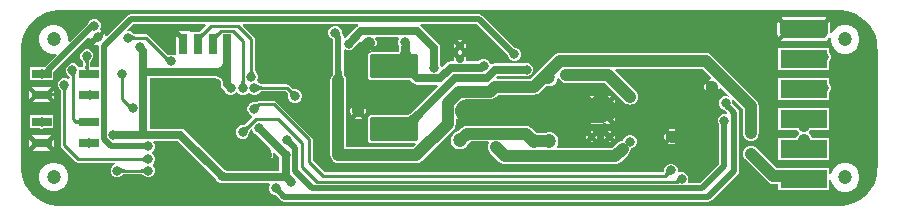
<source format=gbl>
G04*
G04 #@! TF.GenerationSoftware,Altium Limited,Altium Designer,21.4.1 (30)*
G04*
G04 Layer_Physical_Order=2*
G04 Layer_Color=16711680*
%FSLAX44Y44*%
%MOMM*%
G71*
G04*
G04 #@! TF.SameCoordinates,7901C165-7222-4903-B0BF-97DAFD5C17BE*
G04*
G04*
G04 #@! TF.FilePolarity,Positive*
G04*
G01*
G75*
%ADD10C,0.2500*%
%ADD16C,0.4000*%
%ADD70C,2.0000*%
%ADD72C,0.5000*%
%ADD74C,0.7000*%
%ADD75C,1.0000*%
%ADD82C,1.2000*%
%ADD83C,0.7000*%
%ADD84C,0.8000*%
%ADD85R,4.0000X1.5240*%
G04:AMPARAMS|DCode=86|XSize=1.524mm|YSize=4mm|CornerRadius=0.381mm|HoleSize=0mm|Usage=FLASHONLY|Rotation=270.000|XOffset=0mm|YOffset=0mm|HoleType=Round|Shape=RoundedRectangle|*
%AMROUNDEDRECTD86*
21,1,1.5240,3.2380,0,0,270.0*
21,1,0.7620,4.0000,0,0,270.0*
1,1,0.7620,-1.6190,-0.3810*
1,1,0.7620,-1.6190,0.3810*
1,1,0.7620,1.6190,0.3810*
1,1,0.7620,1.6190,-0.3810*
%
%ADD86ROUNDEDRECTD86*%
%ADD87R,4.0000X1.5240*%
G04:AMPARAMS|DCode=88|XSize=2mm|YSize=4mm|CornerRadius=0.07mm|HoleSize=0mm|Usage=FLASHONLY|Rotation=90.000|XOffset=0mm|YOffset=0mm|HoleType=Round|Shape=RoundedRectangle|*
%AMROUNDEDRECTD88*
21,1,2.0000,3.8600,0,0,90.0*
21,1,1.8600,4.0000,0,0,90.0*
1,1,0.1400,1.9300,0.9300*
1,1,0.1400,1.9300,-0.9300*
1,1,0.1400,-1.9300,-0.9300*
1,1,0.1400,-1.9300,0.9300*
%
%ADD88ROUNDEDRECTD88*%
%ADD89R,1.6510X0.7874*%
%ADD90R,0.7000X1.7000*%
G36*
X1387643Y527188D02*
X1391752Y526087D01*
X1395681Y524460D01*
X1399365Y522333D01*
X1402740Y519744D01*
X1405748Y516737D01*
X1408337Y513363D01*
X1410464Y509680D01*
X1412093Y505751D01*
X1413194Y501643D01*
X1413751Y497426D01*
X1413751Y495299D01*
X1413848Y494814D01*
X1413898Y494560D01*
Y395280D01*
X1413836Y394967D01*
X1413743Y394498D01*
X1413743Y392372D01*
X1413188Y388155D01*
X1412087Y384046D01*
X1410460Y380117D01*
X1408333Y376433D01*
X1405744Y373059D01*
X1402737Y370051D01*
X1399363Y367461D01*
X1395680Y365334D01*
X1391751Y363705D01*
X1387643Y362604D01*
X1383482Y362055D01*
X1381412Y362146D01*
X1381356Y362138D01*
X1381300Y362149D01*
X721400Y362163D01*
X719273D01*
X715057Y362718D01*
X710948Y363818D01*
X707018Y365446D01*
X703335Y367572D01*
X699960Y370161D01*
X696952Y373168D01*
X694363Y376542D01*
X692235Y380225D01*
X690607Y384154D01*
X689505Y388263D01*
X688949Y392480D01*
X688949Y394606D01*
X688957Y495201D01*
X688957Y495202D01*
X688957Y495202D01*
Y497328D01*
X689512Y501545D01*
X690613Y505654D01*
X692240Y509583D01*
X694367Y513267D01*
X696956Y516642D01*
X699963Y519649D01*
X703337Y522239D01*
X707020Y524366D01*
X710949Y525995D01*
X715057Y527096D01*
X719274Y527652D01*
X721401Y527653D01*
X1381300Y527743D01*
X1383427Y527743D01*
X1387643Y527188D01*
D02*
G37*
%LPC*%
G36*
X1329399Y518633D02*
X1329128Y518228D01*
X1328636Y515750D01*
Y508130D01*
X1329128Y505652D01*
X1329399Y505247D01*
X1336092Y511940D01*
X1329399Y518633D01*
D02*
G37*
G36*
X751734Y520400D02*
X749466D01*
X747371Y519532D01*
X745768Y517929D01*
X745093Y516300D01*
X729680Y500887D01*
X728824Y501381D01*
X728600Y501603D01*
Y504808D01*
X727769Y507911D01*
X726162Y510693D01*
X723891Y512964D01*
X721109Y514570D01*
X718006Y515402D01*
X714794D01*
X711691Y514570D01*
X708909Y512964D01*
X706638Y510693D01*
X705031Y507911D01*
X704200Y504808D01*
Y501595D01*
X705031Y498493D01*
X706638Y495711D01*
X708909Y493439D01*
X711691Y491833D01*
X714794Y491002D01*
X717999D01*
X718220Y490777D01*
X718714Y489921D01*
X708727Y479934D01*
X708662Y479837D01*
X707286D01*
X707134Y479900D01*
X704866D01*
X704714Y479837D01*
X696045D01*
Y468563D01*
X704714D01*
X704866Y468500D01*
X707134D01*
X707286Y468563D01*
X715955D01*
Y475050D01*
X745634Y504729D01*
X746904Y504203D01*
Y503889D01*
X747350Y502226D01*
X747621Y501755D01*
X752030Y506164D01*
X756438Y510573D01*
X756351Y510623D01*
X755943Y511000D01*
X755742Y512220D01*
X756300Y513566D01*
Y515834D01*
X755432Y517929D01*
X753829Y519532D01*
X751734Y520400D01*
D02*
G37*
G36*
X1061103Y502840D02*
X1059098D01*
X1058243Y502486D01*
X1060100Y500628D01*
X1061957Y502486D01*
X1061103Y502840D01*
D02*
G37*
G36*
X1064786Y499657D02*
X1062928Y497800D01*
X1064786Y495943D01*
X1065140Y496797D01*
Y498802D01*
X1064786Y499657D01*
D02*
G37*
G36*
X1055414Y499657D02*
X1055060Y498802D01*
Y496797D01*
X1055414Y495943D01*
X1057271Y497800D01*
X1055414Y499657D01*
D02*
G37*
G36*
X1367490Y522224D02*
X1335110D01*
X1332632Y521731D01*
X1332227Y521461D01*
X1340334Y513354D01*
X1338920Y511940D01*
X1340334Y510526D01*
X1332227Y502419D01*
X1332632Y502148D01*
X1335110Y501656D01*
X1367490D01*
X1369968Y502148D01*
X1372068Y503552D01*
X1372830Y504692D01*
X1374100Y504307D01*
Y501694D01*
X1374931Y498591D01*
X1376538Y495809D01*
X1378809Y493538D01*
X1381591Y491931D01*
X1384694Y491100D01*
X1387906D01*
X1391009Y491931D01*
X1393791Y493538D01*
X1396062Y495809D01*
X1397669Y498591D01*
X1398500Y501694D01*
Y504906D01*
X1397669Y508009D01*
X1396062Y510791D01*
X1393791Y513062D01*
X1391009Y514669D01*
X1387906Y515500D01*
X1384694D01*
X1381591Y514669D01*
X1378809Y513062D01*
X1376538Y510791D01*
X1375234Y508534D01*
X1373964Y508874D01*
Y515750D01*
X1373472Y518228D01*
X1373201Y518633D01*
X1365094Y510526D01*
X1362266Y513354D01*
X1370373Y521461D01*
X1369968Y521731D01*
X1367490Y522224D01*
D02*
G37*
G36*
X1060100Y494972D02*
X1058243Y493114D01*
X1058549Y492987D01*
Y491613D01*
X1058243Y491486D01*
X1060100Y489628D01*
X1061957Y491486D01*
X1061651Y491613D01*
Y492987D01*
X1061957Y493114D01*
X1060100Y494972D01*
D02*
G37*
G36*
X1076200Y524482D02*
X781500D01*
X779861Y524156D01*
X778472Y523228D01*
X761205Y505961D01*
X759788Y506341D01*
X759538Y507274D01*
X759267Y507744D01*
X754858Y503336D01*
X750450Y498927D01*
X750920Y498656D01*
X752583Y498210D01*
X753124D01*
X754218Y497200D01*
Y479837D01*
X747173D01*
X747159Y479925D01*
X747146Y480072D01*
Y483315D01*
X747159Y483414D01*
X747203Y483615D01*
X747266Y483815D01*
X747350Y484016D01*
X747455Y484222D01*
X747587Y484434D01*
X747745Y484651D01*
X747933Y484874D01*
X748189Y485141D01*
X748270Y485269D01*
X748970Y485969D01*
X749838Y488064D01*
Y490331D01*
X748970Y492426D01*
X747367Y494030D01*
X745272Y494897D01*
X743004D01*
X740909Y494030D01*
X739306Y492426D01*
X738438Y490331D01*
Y488064D01*
X739306Y485969D01*
X740005Y485269D01*
X740087Y485141D01*
X740343Y484875D01*
X740531Y484651D01*
X740689Y484434D01*
X740820Y484222D01*
X740926Y484016D01*
X741010Y483815D01*
X741073Y483615D01*
X741117Y483414D01*
X741130Y483315D01*
Y480072D01*
X741117Y479925D01*
X741103Y479837D01*
X737083D01*
X736877Y480333D01*
X735274Y481937D01*
X733179Y482804D01*
X730911D01*
X728816Y481937D01*
X727213Y480333D01*
X726345Y478238D01*
Y475971D01*
X727213Y473876D01*
X728816Y472272D01*
X729129Y472143D01*
X729284Y472011D01*
X729426Y471866D01*
X729539Y471724D01*
X729629Y471583D01*
X729700Y471441D01*
X729756Y471290D01*
X729797Y471126D01*
X729811Y471031D01*
Y470110D01*
X728637Y469624D01*
X728629Y469632D01*
X726534Y470500D01*
X724266D01*
X722171Y469632D01*
X720568Y468029D01*
X719700Y465934D01*
Y463666D01*
X720568Y461571D01*
X721267Y460872D01*
X721349Y460743D01*
X721605Y460477D01*
X721793Y460254D01*
X721951Y460036D01*
X722082Y459825D01*
X722188Y459619D01*
X722272Y459417D01*
X722335Y459217D01*
X722379Y459017D01*
X722392Y458918D01*
Y413500D01*
X722621Y412349D01*
X723273Y411373D01*
X735073Y399573D01*
X736049Y398921D01*
X737200Y398692D01*
X768284D01*
X768537Y397422D01*
X766871Y396732D01*
X765268Y395129D01*
X764400Y393034D01*
Y390766D01*
X765268Y388671D01*
X766871Y387068D01*
X768966Y386200D01*
X771234D01*
X773329Y387068D01*
X774123Y387862D01*
X774256Y387952D01*
X774513Y388210D01*
X774726Y388398D01*
X774935Y388556D01*
X775137Y388686D01*
X775335Y388791D01*
X775529Y388873D01*
X775722Y388936D01*
X775918Y388980D01*
X776018Y388993D01*
X790563D01*
X790662Y388980D01*
X790862Y388936D01*
X791062Y388873D01*
X791264Y388789D01*
X791469Y388684D01*
X791681Y388552D01*
X791898Y388394D01*
X792122Y388206D01*
X792388Y387950D01*
X792516Y387868D01*
X793216Y387169D01*
X795311Y386301D01*
X797579D01*
X799673Y387169D01*
X801277Y388772D01*
X802145Y390867D01*
Y393135D01*
X801277Y395230D01*
X800457Y396050D01*
X800445Y397784D01*
X801132Y398471D01*
X802000Y400566D01*
Y402834D01*
X801132Y404929D01*
X799610Y406451D01*
X799523Y406730D01*
X799486Y407925D01*
X800832Y409271D01*
X801700Y411366D01*
Y413634D01*
X800832Y415729D01*
X800736Y415825D01*
X801222Y416998D01*
X821404D01*
X853320Y385082D01*
X853718Y384121D01*
X855321Y382518D01*
X857416Y381650D01*
X858205D01*
X859471Y381398D01*
X898428D01*
X899081Y380128D01*
X898400Y378484D01*
Y376216D01*
X899268Y374121D01*
X900871Y372518D01*
X902966Y371650D01*
X903638D01*
X904121Y371223D01*
X908472Y366872D01*
X909861Y365944D01*
X911500Y365618D01*
X1270200D01*
X1271839Y365944D01*
X1273228Y366872D01*
X1295330Y388974D01*
X1296258Y390363D01*
X1296584Y392002D01*
Y441186D01*
X1296258Y442825D01*
X1295330Y444215D01*
X1291036Y448508D01*
X1290931Y448630D01*
X1290817Y448781D01*
X1290800Y448805D01*
Y450334D01*
X1290225Y451722D01*
X1291302Y452441D01*
X1299677Y444066D01*
Y423500D01*
X1299908Y421751D01*
X1300583Y420121D01*
X1301657Y418722D01*
X1303056Y417648D01*
X1304686Y416973D01*
X1306435Y416742D01*
X1308184Y416973D01*
X1309814Y417648D01*
X1311214Y418722D01*
X1312287Y420121D01*
X1312963Y421751D01*
X1313193Y423500D01*
Y446865D01*
X1312963Y448614D01*
X1312287Y450244D01*
X1311214Y451643D01*
X1276140Y486717D01*
X1273211Y489646D01*
X1271812Y490719D01*
X1270182Y491395D01*
X1268433Y491625D01*
X1144667D01*
X1142918Y491395D01*
X1141288Y490719D01*
X1139889Y489646D01*
X1120101Y469858D01*
X1091601D01*
X1091115Y471031D01*
X1092182Y472098D01*
X1114605D01*
X1115566Y471700D01*
X1117834D01*
X1119929Y472568D01*
X1121532Y474171D01*
X1122400Y476266D01*
Y478534D01*
X1121532Y480629D01*
X1119929Y482232D01*
X1117834Y483100D01*
X1115566D01*
X1114605Y482702D01*
X1089986D01*
X1087957Y482298D01*
X1087345Y481889D01*
X1087081Y481899D01*
X1085870Y482431D01*
X1085208Y484029D01*
X1083604Y485632D01*
X1081509Y486500D01*
X1079242D01*
X1077147Y485632D01*
X1075916Y484402D01*
X1065705D01*
X1064999Y485458D01*
X1065140Y485798D01*
Y487803D01*
X1064786Y488657D01*
X1061514Y485386D01*
X1060100Y486800D01*
X1058686Y485386D01*
X1055414Y488657D01*
X1055060Y487803D01*
Y485798D01*
X1055201Y485458D01*
X1054495Y484402D01*
X1052416D01*
X1050387Y483998D01*
X1048667Y482849D01*
X1045070Y479252D01*
X1043800Y479778D01*
Y480334D01*
X1043402Y481295D01*
Y496000D01*
X1042998Y498029D01*
X1041849Y499749D01*
X1027849Y513749D01*
X1026504Y514648D01*
X1026889Y515918D01*
X1074426D01*
X1100530Y489814D01*
X1100600Y489732D01*
Y489366D01*
X1101468Y487271D01*
X1103071Y485668D01*
X1105166Y484800D01*
X1107434D01*
X1109529Y485668D01*
X1111132Y487271D01*
X1112000Y489366D01*
Y491634D01*
X1111132Y493729D01*
X1109529Y495332D01*
X1107434Y496200D01*
X1106320D01*
X1106272Y496234D01*
X1105856Y496600D01*
X1079228Y523228D01*
X1077839Y524156D01*
X1076200Y524482D01*
D02*
G37*
G36*
X1373000Y495860D02*
X1329600D01*
Y477220D01*
X1373000D01*
Y484839D01*
X1373132Y484971D01*
X1374000Y487066D01*
Y489334D01*
X1373132Y491429D01*
X1373000Y491561D01*
Y495860D01*
D02*
G37*
G36*
X716795Y459848D02*
X713147Y456200D01*
X716795Y452551D01*
Y459848D01*
D02*
G37*
G36*
X695205Y459849D02*
Y452551D01*
X698854Y456200D01*
X695205Y459849D01*
D02*
G37*
G36*
X1373000Y470460D02*
X1329600D01*
Y451820D01*
X1373000D01*
Y458204D01*
X1373367Y458571D01*
X1374235Y460666D01*
Y462934D01*
X1373367Y465029D01*
X1373000Y465396D01*
Y470460D01*
D02*
G37*
G36*
X713967Y462677D02*
X698033D01*
X703096Y457614D01*
X701682Y456200D01*
X703096Y454786D01*
X698034Y449723D01*
X713967D01*
X708904Y454786D01*
X710318Y456200D01*
X708904Y457614D01*
X713967Y462677D01*
D02*
G37*
G36*
X707134Y439000D02*
X704866D01*
X704714Y438937D01*
X696045D01*
Y427663D01*
X704714D01*
X704866Y427600D01*
X707134D01*
X707286Y427663D01*
X715955D01*
Y438937D01*
X707286D01*
X707134Y439000D01*
D02*
G37*
G36*
X713967Y421777D02*
X698034D01*
X703096Y416714D01*
X701682Y415300D01*
X703096Y413886D01*
X698034Y408823D01*
X713967D01*
X708904Y413886D01*
X710318Y415300D01*
X708904Y416714D01*
X710816Y418627D01*
X709906Y419207D01*
X710145Y419109D01*
X710429Y419092D01*
X710758Y419156D01*
X711132Y419300D01*
X711551Y419525D01*
X712016Y419831D01*
X712035Y419846D01*
X713967Y421777D01*
D02*
G37*
G36*
X716795Y418949D02*
X713147Y415300D01*
X716795Y411651D01*
Y418949D01*
D02*
G37*
G36*
X695205Y418949D02*
Y411651D01*
X698854Y415300D01*
X695205Y418949D01*
D02*
G37*
G36*
X1373000Y445060D02*
X1329600D01*
Y426420D01*
X1345525D01*
X1346521Y425121D01*
X1347075Y424697D01*
X1347075Y423096D01*
X1346922Y422979D01*
X1345848Y421579D01*
X1345172Y419949D01*
X1345134Y419660D01*
X1329600D01*
Y401020D01*
X1373000D01*
Y419660D01*
X1358266D01*
X1358228Y419949D01*
X1357552Y421579D01*
X1356478Y422979D01*
X1355925Y423403D01*
Y425004D01*
X1356078Y425121D01*
X1357075Y426420D01*
X1373000D01*
Y445060D01*
D02*
G37*
G36*
X718006Y398806D02*
X714794D01*
X711691Y397974D01*
X708909Y396368D01*
X706638Y394096D01*
X705031Y391315D01*
X704200Y388212D01*
Y384999D01*
X705031Y381897D01*
X706638Y379114D01*
X708909Y376843D01*
X711691Y375237D01*
X714794Y374406D01*
X718006D01*
X721109Y375237D01*
X723891Y376843D01*
X726162Y379114D01*
X727769Y381897D01*
X728600Y384999D01*
Y388212D01*
X727769Y391315D01*
X726162Y394096D01*
X723891Y396368D01*
X721109Y397974D01*
X718006Y398806D01*
D02*
G37*
G36*
X1306700Y413158D02*
X1304951Y412928D01*
X1303321Y412252D01*
X1301922Y411179D01*
X1300848Y409779D01*
X1300172Y408149D01*
X1299942Y406400D01*
X1300172Y404651D01*
X1300848Y403021D01*
X1301922Y401622D01*
X1320762Y382781D01*
X1322161Y381707D01*
X1323791Y381032D01*
X1325540Y380802D01*
X1327151D01*
X1327571Y380796D01*
X1329118Y380706D01*
X1329600Y380652D01*
Y375620D01*
X1373000D01*
Y384090D01*
X1374270Y384258D01*
X1374931Y381789D01*
X1376538Y379007D01*
X1378809Y376736D01*
X1381591Y375130D01*
X1384694Y374298D01*
X1387906D01*
X1391009Y375130D01*
X1393791Y376736D01*
X1396062Y379007D01*
X1397669Y381789D01*
X1398500Y384892D01*
Y388105D01*
X1397669Y391207D01*
X1396062Y393989D01*
X1393791Y396261D01*
X1391009Y397867D01*
X1387906Y398698D01*
X1384694D01*
X1381591Y397867D01*
X1378809Y396261D01*
X1376538Y393989D01*
X1374931Y391207D01*
X1374270Y388739D01*
X1373000Y388906D01*
Y394260D01*
X1349119D01*
X1348680Y394318D01*
X1328339D01*
X1311478Y411179D01*
X1310079Y412252D01*
X1308449Y412928D01*
X1306700Y413158D01*
D02*
G37*
%LPD*%
G36*
X844991Y514744D02*
X840248Y510002D01*
X839807Y509591D01*
X839450Y509303D01*
X839286Y509188D01*
X833050D01*
Y509188D01*
X831790Y509212D01*
Y510028D01*
X822538D01*
X827164Y505402D01*
X824336Y502573D01*
X819710Y507199D01*
Y490223D01*
X818440Y489548D01*
X816834Y490213D01*
X814566D01*
X814144Y490038D01*
X814008Y490009D01*
X813798Y489982D01*
X813615Y489978D01*
X813454Y489991D01*
X813309Y490019D01*
X813174Y490062D01*
X813040Y490122D01*
X812902Y490204D01*
X812827Y490259D01*
X796460Y506627D01*
X795484Y507279D01*
X794333Y507508D01*
X785167D01*
X785069Y507520D01*
X784859Y507565D01*
X784647Y507628D01*
X784431Y507713D01*
X784209Y507820D01*
X783981Y507951D01*
X783745Y508110D01*
X783502Y508297D01*
X783217Y508546D01*
X783130Y508595D01*
X782594Y509132D01*
X780499Y510000D01*
X779152D01*
X778626Y511270D01*
X783274Y515918D01*
X844505D01*
X844991Y514744D01*
D02*
G37*
G36*
X843487Y507220D02*
X843000Y506715D01*
X842230Y505806D01*
X841948Y505402D01*
X841734Y505032D01*
X841588Y504695D01*
X841511Y504392D01*
X841502Y504122D01*
X841561Y503886D01*
X841689Y503684D01*
X838421Y507426D01*
X838603Y507278D01*
X838822Y507202D01*
X839080Y507199D01*
X839376Y507269D01*
X839710Y507412D01*
X840083Y507629D01*
X840494Y507918D01*
X840943Y508281D01*
X841957Y509225D01*
X843487Y507220D01*
D02*
G37*
G36*
X855989Y507121D02*
X855506Y506621D01*
X854741Y505717D01*
X854460Y505315D01*
X854247Y504944D01*
X854100Y504607D01*
X854021Y504302D01*
X854010Y504030D01*
X854066Y503791D01*
X854189Y503584D01*
X851021Y507426D01*
X851198Y507273D01*
X851414Y507194D01*
X851669Y507188D01*
X851964Y507257D01*
X852298Y507400D01*
X852671Y507617D01*
X853084Y507908D01*
X853535Y508273D01*
X854557Y509225D01*
X855989Y507121D01*
D02*
G37*
G36*
X974096Y514648D02*
X972751Y513749D01*
X963832Y504830D01*
X962871Y504432D01*
X962840Y504401D01*
X961666Y504887D01*
Y505204D01*
X961340Y506843D01*
X960412Y508232D01*
X960300Y508344D01*
Y509934D01*
X959432Y512029D01*
X957829Y513632D01*
X955734Y514500D01*
X953466D01*
X951371Y513632D01*
X949768Y512029D01*
X948900Y509934D01*
Y507666D01*
X949768Y505571D01*
X951371Y503968D01*
X953102Y503251D01*
Y479752D01*
X952988Y476416D01*
X952791Y474368D01*
X952676Y473671D01*
X952560Y473192D01*
X952495Y473018D01*
X951532Y471763D01*
X950856Y470133D01*
X950626Y468384D01*
Y423698D01*
Y404902D01*
X950856Y403153D01*
X951532Y401523D01*
X952606Y400123D01*
X954005Y399050D01*
X955635Y398374D01*
X957384Y398144D01*
X1023402D01*
X1025151Y398374D01*
X1026781Y399050D01*
X1028180Y400123D01*
X1054578Y426521D01*
X1055652Y427921D01*
X1056328Y429551D01*
X1056558Y431300D01*
Y435969D01*
X1057828Y436495D01*
X1058956Y435366D01*
X1060904Y434242D01*
X1063076Y433660D01*
X1065324D01*
X1067496Y434242D01*
X1069444Y435366D01*
X1070211Y436134D01*
X1071050Y436941D01*
X1071889Y436134D01*
X1072656Y435366D01*
X1074604Y434242D01*
X1076776Y433660D01*
X1079024D01*
X1081196Y434242D01*
X1083144Y435366D01*
X1084650Y436873D01*
X1086186Y435336D01*
X1088134Y434212D01*
X1090306Y433630D01*
X1092554D01*
X1094726Y434212D01*
X1095889Y434883D01*
X1090016Y440756D01*
X1091430Y442170D01*
X1090016Y443584D01*
X1095889Y449457D01*
X1094726Y450128D01*
X1092554Y450710D01*
X1090306D01*
X1088134Y450128D01*
X1086186Y449004D01*
X1084680Y447497D01*
X1083144Y449034D01*
X1081196Y450158D01*
X1079024Y450740D01*
X1076776D01*
X1074604Y450158D01*
X1072656Y449034D01*
X1071889Y448266D01*
X1071050Y447459D01*
X1070211Y448266D01*
X1069444Y449034D01*
X1067496Y450158D01*
X1065324Y450740D01*
X1063916D01*
X1063183Y452010D01*
X1063259Y452142D01*
X1085729D01*
X1087478Y452373D01*
X1089108Y453048D01*
X1090507Y454122D01*
X1092728Y456342D01*
X1122900D01*
X1124649Y456572D01*
X1126279Y457248D01*
X1127679Y458321D01*
X1132980Y463623D01*
X1134186Y463300D01*
X1136214D01*
X1138172Y463825D01*
X1139928Y464838D01*
X1141361Y466272D01*
X1142375Y468028D01*
X1142900Y469986D01*
Y470149D01*
X1144170Y470402D01*
X1144452Y469721D01*
X1145526Y468321D01*
X1146926Y467248D01*
X1148555Y466572D01*
X1150304Y466342D01*
X1182881D01*
X1199342Y449882D01*
X1200741Y448808D01*
X1202371Y448133D01*
X1204120Y447902D01*
X1205869Y448133D01*
X1207499Y448808D01*
X1208898Y449882D01*
X1209972Y451281D01*
X1210648Y452911D01*
X1210878Y454660D01*
X1210648Y456409D01*
X1209972Y458039D01*
X1208898Y459439D01*
X1191498Y476839D01*
X1192024Y478109D01*
X1265634D01*
X1266583Y477160D01*
X1266583Y477160D01*
X1273055Y470688D01*
X1272526Y469421D01*
X1271246Y469078D01*
X1270776Y468807D01*
X1275184Y464398D01*
X1279593Y459989D01*
X1279864Y460459D01*
X1280207Y461740D01*
X1281474Y462269D01*
X1288341Y455402D01*
X1287622Y454325D01*
X1286234Y454900D01*
X1283966D01*
X1281871Y454032D01*
X1280268Y452429D01*
X1279400Y450334D01*
Y448066D01*
X1280268Y445971D01*
X1281871Y444368D01*
X1283833Y443555D01*
X1284378Y443054D01*
X1286514Y440918D01*
X1285795Y439842D01*
X1285235Y440073D01*
X1282968D01*
X1280873Y439205D01*
X1279269Y437602D01*
X1278402Y435507D01*
Y433239D01*
X1279269Y431144D01*
X1279777Y430637D01*
X1279819Y429969D01*
Y397375D01*
X1263726Y381282D01*
X1253653D01*
X1252952Y382552D01*
X1253600Y384116D01*
Y386384D01*
X1252732Y388479D01*
X1251129Y390082D01*
X1249034Y390950D01*
X1246766D01*
X1245632Y390480D01*
X1245235Y390686D01*
X1244500Y391386D01*
Y393334D01*
X1243632Y395429D01*
X1242029Y397032D01*
X1239934Y397900D01*
X1237666D01*
X1235571Y397032D01*
X1233968Y395429D01*
X1233100Y393334D01*
Y392508D01*
X1233070Y392392D01*
X1233050Y392016D01*
X1233016Y391716D01*
X1232965Y391441D01*
X1232900Y391190D01*
X1232822Y390961D01*
X1232732Y390752D01*
X1232655Y390608D01*
X945446D01*
X935408Y400646D01*
Y418500D01*
X935179Y419651D01*
X934527Y420627D01*
X904827Y450327D01*
X903851Y450979D01*
X902700Y451208D01*
X890265D01*
X889113Y450979D01*
X888138Y450327D01*
X887808Y449997D01*
X887774Y449969D01*
X887614Y449851D01*
X887478Y449767D01*
X887371Y449713D01*
X887319Y449694D01*
X887184Y449750D01*
X884916D01*
X882821Y448882D01*
X881218Y447279D01*
X880350Y445184D01*
Y442916D01*
X881218Y440821D01*
X882821Y439218D01*
X884233Y438633D01*
X884573Y437177D01*
X878382Y430986D01*
X878303Y430925D01*
X878130Y430815D01*
X877944Y430718D01*
X877743Y430634D01*
X877522Y430564D01*
X877280Y430507D01*
X877014Y430465D01*
X876723Y430440D01*
X876354Y430433D01*
X876206Y430400D01*
X875216D01*
X873121Y429532D01*
X871518Y427929D01*
X870650Y425834D01*
Y423566D01*
X871518Y421471D01*
X873121Y419868D01*
X875216Y419000D01*
X877484D01*
X879579Y419868D01*
X881182Y421471D01*
X882050Y423566D01*
Y424556D01*
X882083Y424704D01*
X882090Y425073D01*
X882115Y425364D01*
X882157Y425630D01*
X882214Y425872D01*
X882284Y426092D01*
X882368Y426294D01*
X882465Y426480D01*
X882575Y426653D01*
X882636Y426732D01*
X883377Y427473D01*
X884550Y426987D01*
Y426920D01*
X885418Y424825D01*
X887021Y423221D01*
X887610Y422977D01*
X897900Y412687D01*
X897243Y411548D01*
X896528Y411740D01*
X894807D01*
X893143Y411294D01*
X892673Y411023D01*
X897082Y406614D01*
X901490Y402205D01*
X901762Y402675D01*
X902207Y404339D01*
Y406061D01*
X902016Y406775D01*
X903155Y407433D01*
X907283Y403304D01*
X907366Y403105D01*
Y392002D01*
X861959D01*
X861779Y392182D01*
X860818Y392580D01*
X827349Y426049D01*
X825629Y427198D01*
X823600Y427602D01*
X797554D01*
Y470011D01*
X853936D01*
X854855Y469854D01*
X855647Y469598D01*
X856281Y469266D01*
X856786Y468865D01*
X857196Y468379D01*
X857530Y467777D01*
X857788Y467027D01*
X857948Y466147D01*
Y465021D01*
X858352Y462992D01*
X859501Y461272D01*
X860578Y460194D01*
X861168Y458771D01*
X862771Y457168D01*
X864866Y456300D01*
X867134D01*
X869229Y457168D01*
X870334Y458273D01*
X871534Y458361D01*
X871880Y458159D01*
X873271Y456768D01*
X875366Y455900D01*
X877634D01*
X879729Y456768D01*
X881332Y458371D01*
X881760Y458456D01*
X883049Y457167D01*
X885144Y456299D01*
X887412D01*
X889507Y457167D01*
X890206Y457866D01*
X890335Y457948D01*
X890601Y458204D01*
X890824Y458392D01*
X891042Y458550D01*
X891253Y458681D01*
X891459Y458787D01*
X891661Y458871D01*
X891861Y458934D01*
X892061Y458978D01*
X892160Y458991D01*
X912555D01*
X914414Y457132D01*
X914475Y457053D01*
X914585Y456880D01*
X914682Y456694D01*
X914765Y456493D01*
X914836Y456272D01*
X914893Y456030D01*
X914935Y455764D01*
X914960Y455473D01*
X914967Y455104D01*
X915000Y454956D01*
Y453966D01*
X915868Y451871D01*
X917471Y450268D01*
X919566Y449400D01*
X921834D01*
X923929Y450268D01*
X925532Y451871D01*
X926400Y453966D01*
Y456234D01*
X925532Y458329D01*
X923929Y459932D01*
X921834Y460800D01*
X920844D01*
X920696Y460833D01*
X920327Y460840D01*
X920036Y460865D01*
X919770Y460907D01*
X919528Y460964D01*
X919308Y461035D01*
X919106Y461118D01*
X918920Y461215D01*
X918747Y461325D01*
X918668Y461386D01*
X915928Y464126D01*
X914952Y464778D01*
X913801Y465007D01*
X892160D01*
X892061Y465020D01*
X891860Y465064D01*
X891661Y465127D01*
X891459Y465211D01*
X891253Y465316D01*
X891042Y465447D01*
X890824Y465606D01*
X890601Y465794D01*
X890335Y466049D01*
X890206Y466132D01*
X889507Y466831D01*
X889079Y467008D01*
X888705Y468538D01*
X889400Y470216D01*
Y472484D01*
X888532Y474579D01*
X887833Y475278D01*
X887751Y475407D01*
X887495Y475673D01*
X887307Y475896D01*
X887149Y476114D01*
X887018Y476325D01*
X886912Y476531D01*
X886828Y476733D01*
X886765Y476932D01*
X886721Y477133D01*
X886708Y477232D01*
Y503000D01*
X886479Y504151D01*
X885827Y505127D01*
X876209Y514744D01*
X876695Y515918D01*
X973711D01*
X974096Y514648D01*
D02*
G37*
G36*
X782402Y506956D02*
X782731Y506703D01*
X783063Y506480D01*
X783399Y506286D01*
X783738Y506122D01*
X784082Y505988D01*
X784429Y505884D01*
X784780Y505810D01*
X785135Y505765D01*
X785493Y505750D01*
X785625Y503250D01*
X785260Y503234D01*
X784904Y503186D01*
X784556Y503106D01*
X784216Y502993D01*
X783886Y502849D01*
X783563Y502673D01*
X783249Y502464D01*
X782944Y502224D01*
X782646Y501951D01*
X782358Y501646D01*
X782078Y507239D01*
X782402Y506956D01*
D02*
G37*
G36*
X1008760Y503428D02*
X1008100Y501834D01*
Y499566D01*
X1008898Y497639D01*
Y495641D01*
X1008839Y494970D01*
X1008689Y494064D01*
X1008494Y493337D01*
X1008272Y492792D01*
X1008049Y492426D01*
X1007851Y492211D01*
X1007676Y492094D01*
X1007542Y492047D01*
X984700D01*
X983764Y491861D01*
X982970Y491330D01*
X982439Y490536D01*
X982253Y489600D01*
Y471000D01*
X982439Y470064D01*
X982970Y469270D01*
X983764Y468739D01*
X984700Y468553D01*
X1018249D01*
X1020551Y466251D01*
X1022271Y465102D01*
X1024300Y464698D01*
X1041160D01*
X1041646Y463525D01*
X1021740Y443618D01*
X1018934Y441148D01*
X1017587Y440123D01*
X1016396Y439335D01*
X1015487Y438847D01*
X984700D01*
X983764Y438661D01*
X982970Y438130D01*
X982439Y437336D01*
X982253Y436400D01*
Y417800D01*
X982439Y416864D01*
X982970Y416070D01*
X983764Y415539D01*
X984700Y415353D01*
X1022500D01*
X1023026Y414083D01*
X1020603Y411660D01*
X964142D01*
Y423698D01*
Y468384D01*
X963912Y470133D01*
X963236Y471763D01*
X962274Y473018D01*
X962208Y473192D01*
X962112Y473588D01*
X961666Y480324D01*
Y494313D01*
X962840Y494799D01*
X962871Y494768D01*
X964966Y493900D01*
X967234D01*
X969329Y494768D01*
X970932Y496371D01*
X971330Y497332D01*
X975460Y501462D01*
X976598Y500804D01*
X976560Y500661D01*
Y498939D01*
X977006Y497276D01*
X977277Y496806D01*
X981686Y501214D01*
X983100Y499800D01*
X984514Y501214D01*
X988923Y496806D01*
X989194Y497276D01*
X989640Y498939D01*
Y500661D01*
X989194Y502324D01*
X988557Y503428D01*
X989111Y504698D01*
X1008078D01*
X1008760Y503428D01*
D02*
G37*
G36*
X1104139Y495802D02*
X1105192Y494875D01*
X1105397Y494729D01*
X1105577Y494617D01*
X1105734Y494540D01*
X1105868Y494496D01*
X1105977Y494487D01*
X1102307Y490257D01*
X1102287Y490335D01*
X1102233Y490439D01*
X1102146Y490572D01*
X1102025Y490731D01*
X1101685Y491132D01*
X1100603Y492261D01*
X1103817Y496119D01*
X1104139Y495802D01*
D02*
G37*
G36*
X1017735Y495947D02*
X1017840Y494752D01*
X1018015Y493697D01*
X1018260Y492783D01*
X1018575Y492010D01*
X1018960Y491377D01*
X1019415Y490885D01*
X1019940Y490533D01*
X1020535Y490322D01*
X1021200Y490252D01*
X1007200D01*
X1007865Y490322D01*
X1008460Y490533D01*
X1008985Y490885D01*
X1009440Y491377D01*
X1009825Y492010D01*
X1010140Y492783D01*
X1010385Y493697D01*
X1010560Y494752D01*
X1010665Y495947D01*
X1010700Y497283D01*
X1017700D01*
X1017735Y495947D01*
D02*
G37*
G36*
X811652Y488973D02*
X811941Y488758D01*
X812242Y488580D01*
X812555Y488440D01*
X812880Y488337D01*
X813217Y488271D01*
X813566Y488243D01*
X813927Y488252D01*
X814300Y488298D01*
X814685Y488382D01*
X811811Y483576D01*
X811698Y484008D01*
X811432Y484811D01*
X811278Y485183D01*
X810932Y485865D01*
X810739Y486175D01*
X810532Y486466D01*
X810312Y486736D01*
X810079Y486986D01*
X811375Y489226D01*
X811652Y488973D01*
D02*
G37*
G36*
X746643Y486034D02*
X746380Y485721D01*
X746147Y485402D01*
X745946Y485077D01*
X745775Y484745D01*
X745636Y484408D01*
X745527Y484065D01*
X745450Y483715D01*
X745403Y483359D01*
X745388Y482998D01*
X742888D01*
X742872Y483359D01*
X742826Y483715D01*
X742748Y484065D01*
X742640Y484408D01*
X742500Y484745D01*
X742330Y485077D01*
X742128Y485402D01*
X741896Y485721D01*
X741632Y486034D01*
X741338Y486341D01*
X746938D01*
X746643Y486034D01*
D02*
G37*
G36*
X745400Y480131D02*
X745438Y479706D01*
X745500Y479332D01*
X745588Y479007D01*
X745700Y478731D01*
X745838Y478507D01*
X746000Y478331D01*
X746188Y478206D01*
X746400Y478131D01*
X746638Y478106D01*
X741638D01*
X741875Y478131D01*
X742088Y478206D01*
X742275Y478331D01*
X742438Y478507D01*
X742575Y478731D01*
X742688Y479007D01*
X742775Y479332D01*
X742838Y479706D01*
X742875Y480131D01*
X742888Y480606D01*
X745388D01*
X745400Y480131D01*
D02*
G37*
G36*
X884966Y477188D02*
X885012Y476832D01*
X885089Y476483D01*
X885198Y476139D01*
X885338Y475802D01*
X885508Y475471D01*
X885710Y475146D01*
X885942Y474827D01*
X886206Y474514D01*
X886500Y474207D01*
X880900D01*
X881195Y474514D01*
X881458Y474827D01*
X881691Y475146D01*
X881892Y475471D01*
X882063Y475802D01*
X882202Y476139D01*
X882310Y476483D01*
X882388Y476832D01*
X882434Y477188D01*
X882450Y477550D01*
X884950D01*
X884966Y477188D01*
D02*
G37*
G36*
X959894Y480850D02*
X960393Y473326D01*
X960548Y472682D01*
X960725Y472212D01*
X960922Y471917D01*
X959985D01*
X959992Y471808D01*
X960031Y471604D01*
X960076Y471441D01*
X960127Y471320D01*
X960184Y471241D01*
X954584D01*
X954641Y471320D01*
X954692Y471441D01*
X954737Y471604D01*
X954776Y471808D01*
X954791Y471917D01*
X953846D01*
X954043Y472212D01*
X954220Y472682D01*
X954376Y473326D01*
X954510Y474144D01*
X954718Y476303D01*
X954874Y480850D01*
X954884Y482714D01*
X959884D01*
X959894Y480850D01*
D02*
G37*
G36*
X735102Y474472D02*
X734694Y473738D01*
X734528Y473375D01*
X734388Y473015D01*
X734273Y472657D01*
X734183Y472303D01*
X734119Y471950D01*
X734081Y471601D01*
X734069Y471254D01*
X731569Y470733D01*
X731551Y471105D01*
X731500Y471462D01*
X731414Y471803D01*
X731294Y472129D01*
X731139Y472440D01*
X730950Y472735D01*
X730726Y473014D01*
X730469Y473279D01*
X730177Y473527D01*
X729850Y473760D01*
X735344Y474843D01*
X735102Y474472D01*
D02*
G37*
G36*
X866750Y475313D02*
X859750Y465021D01*
X859680Y466311D01*
X859470Y467466D01*
X859120Y468485D01*
X858630Y469368D01*
X858000Y470115D01*
X857230Y470726D01*
X856320Y471202D01*
X855270Y471541D01*
X854080Y471745D01*
X852750Y471813D01*
Y478813D01*
X854080Y478883D01*
X855270Y479093D01*
X856320Y479443D01*
X857230Y479933D01*
X858000Y480563D01*
X858630Y481333D01*
X859120Y482243D01*
X859470Y483293D01*
X859680Y484483D01*
X859750Y485813D01*
X866750Y475313D01*
D02*
G37*
G36*
X877766Y467438D02*
X877812Y467082D01*
X877889Y466733D01*
X877998Y466389D01*
X878138Y466052D01*
X878308Y465721D01*
X878510Y465396D01*
X878742Y465076D01*
X879006Y464763D01*
X879300Y464457D01*
X873700D01*
X873995Y464763D01*
X874258Y465076D01*
X874491Y465396D01*
X874692Y465721D01*
X874863Y466052D01*
X875002Y466389D01*
X875110Y466733D01*
X875188Y467082D01*
X875235Y467438D01*
X875250Y467800D01*
X877750D01*
X877766Y467438D01*
D02*
G37*
G36*
X889441Y464504D02*
X889754Y464241D01*
X890073Y464008D01*
X890399Y463807D01*
X890730Y463636D01*
X891067Y463497D01*
X891411Y463388D01*
X891760Y463311D01*
X892116Y463264D01*
X892478Y463249D01*
Y460749D01*
X892116Y460733D01*
X891760Y460687D01*
X891411Y460609D01*
X891067Y460501D01*
X890730Y460361D01*
X890399Y460191D01*
X890073Y459989D01*
X889754Y459757D01*
X889442Y459493D01*
X889135Y459199D01*
X889135Y464799D01*
X889441Y464504D01*
D02*
G37*
G36*
X727906Y461637D02*
X727642Y461324D01*
X727410Y461004D01*
X727208Y460679D01*
X727038Y460348D01*
X726898Y460011D01*
X726789Y459667D01*
X726712Y459318D01*
X726665Y458962D01*
X726650Y458600D01*
X724150D01*
X724135Y458962D01*
X724088Y459318D01*
X724010Y459667D01*
X723902Y460011D01*
X723763Y460348D01*
X723592Y460679D01*
X723391Y461004D01*
X723158Y461324D01*
X722895Y461637D01*
X722600Y461943D01*
X728200D01*
X727906Y461637D01*
D02*
G37*
G36*
X917467Y460123D02*
X917751Y459904D01*
X918053Y459712D01*
X918373Y459546D01*
X918710Y459406D01*
X919065Y459292D01*
X919437Y459205D01*
X919827Y459144D01*
X920235Y459109D01*
X920660Y459100D01*
X916700Y455140D01*
X916691Y455565D01*
X916656Y455973D01*
X916595Y456363D01*
X916508Y456735D01*
X916394Y457090D01*
X916254Y457427D01*
X916088Y457747D01*
X915896Y458049D01*
X915677Y458333D01*
X915432Y458600D01*
X917200Y460368D01*
X917467Y460123D01*
D02*
G37*
G36*
X891148Y447316D02*
X890889Y447043D01*
X890661Y446773D01*
X890465Y446508D01*
X890301Y446248D01*
X890168Y445991D01*
X890068Y445739D01*
X889999Y445491D01*
X889962Y445247D01*
X889958Y445007D01*
X889984Y444772D01*
X886861Y447967D01*
X887095Y447935D01*
X887334Y447934D01*
X887576Y447966D01*
X887822Y448030D01*
X888072Y448126D01*
X888326Y448254D01*
X888584Y448413D01*
X888845Y448605D01*
X889111Y448828D01*
X889381Y449084D01*
X891148Y447316D01*
D02*
G37*
G36*
X1289054Y448469D02*
X1289090Y448328D01*
X1289161Y448165D01*
X1289267Y447979D01*
X1289408Y447770D01*
X1289584Y447538D01*
X1290041Y447008D01*
X1290638Y446386D01*
X1286433Y443520D01*
X1284566Y445236D01*
X1289053Y448586D01*
X1289054Y448469D01*
D02*
G37*
G36*
X1028932Y438363D02*
X1027486Y436867D01*
X1025225Y434213D01*
X1024411Y433055D01*
X1023808Y432009D01*
X1023415Y431075D01*
X1023233Y430253D01*
X1023262Y429544D01*
X1023502Y428948D01*
X1023952Y428464D01*
X1012803Y437052D01*
X1013427Y436741D01*
X1014187Y436665D01*
X1015083Y436824D01*
X1016116Y437217D01*
X1017286Y437846D01*
X1018591Y438708D01*
X1020033Y439806D01*
X1023326Y442705D01*
X1025177Y444507D01*
X1028932Y438363D01*
D02*
G37*
G36*
X737806Y431025D02*
X737783Y431227D01*
X737712Y431408D01*
X737595Y431568D01*
X737430Y431707D01*
X737219Y431824D01*
X736961Y431920D01*
X736656Y431995D01*
X736304Y432048D01*
X735905Y432080D01*
X735460Y432090D01*
Y434590D01*
X735905Y434601D01*
X736304Y434633D01*
X736656Y434686D01*
X736961Y434761D01*
X737219Y434857D01*
X737430Y434974D01*
X737595Y435113D01*
X737712Y435273D01*
X737783Y435454D01*
X737806Y435657D01*
Y431025D01*
D02*
G37*
G36*
X1286845Y431437D02*
X1286794Y431316D01*
X1286749Y431153D01*
X1286710Y430949D01*
X1286677Y430703D01*
X1286629Y430087D01*
X1286602Y428851D01*
X1281602D01*
X1281599Y429304D01*
X1281494Y430949D01*
X1281455Y431153D01*
X1281410Y431316D01*
X1281359Y431437D01*
X1281302Y431517D01*
X1286902D01*
X1286845Y431437D01*
D02*
G37*
G36*
X881618Y428200D02*
X881373Y427933D01*
X881154Y427649D01*
X880962Y427347D01*
X880796Y427027D01*
X880656Y426690D01*
X880542Y426335D01*
X880455Y425963D01*
X880394Y425573D01*
X880359Y425165D01*
X880350Y424740D01*
X876390Y428700D01*
X876815Y428709D01*
X877223Y428744D01*
X877613Y428805D01*
X877985Y428892D01*
X878340Y429006D01*
X878677Y429146D01*
X878997Y429312D01*
X879299Y429504D01*
X879583Y429723D01*
X879850Y429968D01*
X881618Y428200D01*
D02*
G37*
G36*
X917416Y418163D02*
X917465Y418042D01*
X917549Y417895D01*
X917665Y417723D01*
X917816Y417526D01*
X918218Y417056D01*
X919073Y416163D01*
X915537Y412627D01*
X915214Y412946D01*
X913977Y414035D01*
X913805Y414151D01*
X913658Y414235D01*
X913537Y414284D01*
X913440Y414300D01*
X917400Y418260D01*
X917416Y418163D01*
D02*
G37*
G36*
X793143Y409700D02*
X793064Y409757D01*
X792943Y409808D01*
X792780Y409853D01*
X792576Y409892D01*
X792330Y409925D01*
X791714Y409973D01*
X790478Y410000D01*
Y415000D01*
X790931Y415003D01*
X792576Y415108D01*
X792780Y415147D01*
X792943Y415192D01*
X793064Y415243D01*
X793143Y415300D01*
Y409700D01*
D02*
G37*
G36*
X793443Y398900D02*
X793137Y399194D01*
X792823Y399458D01*
X792504Y399691D01*
X792179Y399892D01*
X791848Y400062D01*
X791511Y400202D01*
X791167Y400311D01*
X790818Y400388D01*
X790462Y400434D01*
X790100Y400450D01*
Y402950D01*
X790462Y402966D01*
X790818Y403012D01*
X791167Y403089D01*
X791511Y403198D01*
X791848Y403338D01*
X792179Y403508D01*
X792504Y403709D01*
X792823Y403942D01*
X793137Y404206D01*
X793443Y404500D01*
Y398900D01*
D02*
G37*
G36*
X793588Y389201D02*
X793281Y389496D01*
X792968Y389759D01*
X792649Y389992D01*
X792324Y390193D01*
X791993Y390364D01*
X791655Y390503D01*
X791312Y390612D01*
X790962Y390689D01*
X790607Y390736D01*
X790245Y390751D01*
Y393251D01*
X790607Y393267D01*
X790962Y393313D01*
X791312Y393391D01*
X791655Y393499D01*
X791993Y393639D01*
X792324Y393809D01*
X792649Y394011D01*
X792968Y394243D01*
X793281Y394507D01*
X793588Y394801D01*
Y389201D01*
D02*
G37*
G36*
X773201Y394482D02*
X773522Y394224D01*
X773847Y393996D01*
X774178Y393798D01*
X774514Y393631D01*
X774854Y393494D01*
X775199Y393388D01*
X775550Y393312D01*
X775905Y393266D01*
X776265Y393251D01*
X776331Y390751D01*
X775968Y390735D01*
X775612Y390688D01*
X775264Y390609D01*
X774922Y390499D01*
X774588Y390357D01*
X774261Y390183D01*
X773941Y389978D01*
X773629Y389741D01*
X773324Y389473D01*
X773026Y389173D01*
X772885Y394771D01*
X773201Y394482D01*
D02*
G37*
G36*
X1238622Y388204D02*
X1238200Y388209D01*
X1237796Y388186D01*
X1237408Y388136D01*
X1237038Y388057D01*
X1236684Y387951D01*
X1236348Y387817D01*
X1236028Y387654D01*
X1235726Y387464D01*
X1235440Y387246D01*
X1235172Y387000D01*
X1233469Y388832D01*
X1233712Y389097D01*
X1233931Y389380D01*
X1234126Y389681D01*
X1234296Y390001D01*
X1234441Y390338D01*
X1234562Y390694D01*
X1234659Y391068D01*
X1234731Y391460D01*
X1234778Y391870D01*
X1234801Y392299D01*
X1238622Y388204D01*
D02*
G37*
G36*
X1245297Y382213D02*
X1245274Y382219D01*
X1245238Y382210D01*
X1245190Y382185D01*
X1245129Y382144D01*
X1245055Y382087D01*
X1244869Y381926D01*
X1244496Y381566D01*
X1242728Y383334D01*
X1243962Y384549D01*
X1245297Y382213D01*
D02*
G37*
G36*
X908114Y377176D02*
X908163Y377053D01*
X908246Y376904D01*
X908362Y376731D01*
X908512Y376533D01*
X908913Y376062D01*
X909768Y375168D01*
X906192Y371673D01*
X905869Y371991D01*
X904635Y373082D01*
X904464Y373199D01*
X904319Y373283D01*
X904199Y373333D01*
X904105Y373350D01*
X908099Y377275D01*
X908114Y377176D01*
D02*
G37*
%LPC*%
G36*
X1267947Y465978D02*
X1267676Y465508D01*
X1267230Y463845D01*
Y462123D01*
X1267676Y460459D01*
X1267947Y459989D01*
X1270941Y462984D01*
X1267947Y465978D01*
D02*
G37*
G36*
X1273770Y460155D02*
X1270776Y457161D01*
X1271246Y456889D01*
X1272909Y456444D01*
X1274631D01*
X1276294Y456889D01*
X1276764Y457161D01*
X1273770Y460155D01*
D02*
G37*
G36*
X1187773Y455150D02*
X1185967D01*
X1185395Y454913D01*
X1186870Y453438D01*
X1188345Y454913D01*
X1187773Y455150D01*
D02*
G37*
G36*
X1172773D02*
X1170967D01*
X1170395Y454913D01*
X1171870Y453438D01*
X1173345Y454913D01*
X1172773Y455150D01*
D02*
G37*
G36*
X1167567Y452085D02*
X1167330Y451513D01*
Y449707D01*
X1167567Y449135D01*
X1169042Y450610D01*
X1167567Y452085D01*
D02*
G37*
G36*
X1191173Y452085D02*
X1189698Y450610D01*
X1191173Y449135D01*
X1191410Y449707D01*
Y451513D01*
X1191173Y452085D01*
D02*
G37*
G36*
X828524Y450342D02*
X826276D01*
X824104Y449761D01*
X822941Y449090D01*
X827400Y444631D01*
X831859Y449090D01*
X830696Y449761D01*
X828524Y450342D01*
D02*
G37*
G36*
X1098717Y446628D02*
X1094258Y442170D01*
X1098717Y437711D01*
X1099388Y438874D01*
X1099970Y441046D01*
Y443294D01*
X1099388Y445466D01*
X1098717Y446628D01*
D02*
G37*
G36*
X834687Y446261D02*
X830228Y441802D01*
X834687Y437344D01*
X835358Y438506D01*
X835940Y440678D01*
Y442927D01*
X835358Y445099D01*
X834687Y446261D01*
D02*
G37*
G36*
X820113Y446261D02*
X819442Y445099D01*
X818860Y442927D01*
Y440678D01*
X819442Y438506D01*
X820113Y437344D01*
X824572Y441802D01*
X820113Y446261D01*
D02*
G37*
G36*
X1167567Y437085D02*
X1167330Y436513D01*
Y434707D01*
X1167567Y434135D01*
X1169042Y435610D01*
X1167567Y437085D01*
D02*
G37*
G36*
X1191173Y437085D02*
X1189698Y435610D01*
X1191173Y434135D01*
X1191410Y434707D01*
Y436513D01*
X1191173Y437085D01*
D02*
G37*
G36*
X827400Y438974D02*
X822941Y434515D01*
X824104Y433844D01*
X826276Y433262D01*
X828524D01*
X830696Y433844D01*
X831859Y434515D01*
X827400Y438974D01*
D02*
G37*
G36*
X1176173Y452085D02*
X1173284Y449196D01*
X1170395Y446307D01*
X1170967Y446070D01*
X1171161D01*
X1171895Y444800D01*
X1171142Y443496D01*
X1170560Y441324D01*
Y439981D01*
X1170395Y439913D01*
X1173284Y437024D01*
X1171870Y435610D01*
X1173284Y434196D01*
X1170395Y431307D01*
X1170967Y431070D01*
X1172773D01*
X1174442Y431761D01*
X1175245Y432565D01*
X1175804Y432242D01*
X1177976Y431660D01*
X1180224D01*
X1182396Y432242D01*
X1183297Y432762D01*
X1184298Y431761D01*
X1185967Y431070D01*
X1187773D01*
X1188345Y431307D01*
X1185456Y434196D01*
X1186870Y435610D01*
X1185456Y437024D01*
X1188345Y439913D01*
X1187773Y440150D01*
X1187640D01*
Y441324D01*
X1187058Y443496D01*
X1186305Y444800D01*
X1187039Y446070D01*
X1187773D01*
X1188345Y446307D01*
X1185456Y449196D01*
X1182567Y452085D01*
X1182330Y451513D01*
Y449707D01*
X1182431Y449464D01*
X1181497Y448399D01*
X1180224Y448740D01*
X1177976D01*
X1177310Y448562D01*
X1176377Y449626D01*
X1176410Y449707D01*
Y451513D01*
X1176173Y452085D01*
D02*
G37*
G36*
X1240461Y427340D02*
X1238739D01*
X1237076Y426894D01*
X1236606Y426623D01*
X1239600Y423628D01*
X1242594Y426623D01*
X1242124Y426894D01*
X1240461Y427340D01*
D02*
G37*
G36*
X1187773Y425150D02*
X1185967D01*
X1185395Y424913D01*
X1186870Y423438D01*
X1188345Y424913D01*
X1187773Y425150D01*
D02*
G37*
G36*
X1172773D02*
X1170967D01*
X1170395Y424913D01*
X1171870Y423438D01*
X1173345Y424913D01*
X1172773Y425150D01*
D02*
G37*
G36*
X1182567Y422085D02*
X1182330Y421513D01*
Y419707D01*
X1182567Y419135D01*
X1184042Y420610D01*
X1182567Y422085D01*
D02*
G37*
G36*
X1167567D02*
X1167330Y421513D01*
Y419707D01*
X1167567Y419135D01*
X1169042Y420610D01*
X1167567Y422085D01*
D02*
G37*
G36*
X1191173Y422085D02*
X1189698Y420610D01*
X1191173Y419135D01*
X1191410Y419707D01*
Y421513D01*
X1191173Y422085D01*
D02*
G37*
G36*
X1176173D02*
X1174698Y420610D01*
X1176173Y419135D01*
X1176410Y419707D01*
Y421513D01*
X1176173Y422085D01*
D02*
G37*
G36*
X1245423Y423795D02*
X1242428Y420800D01*
X1245423Y417806D01*
X1245694Y418276D01*
X1246140Y419939D01*
Y421661D01*
X1245694Y423324D01*
X1245423Y423795D01*
D02*
G37*
G36*
X1233777D02*
X1233506Y423324D01*
X1233060Y421661D01*
Y419939D01*
X1233506Y418276D01*
X1233777Y417805D01*
X1236771Y420800D01*
X1233777Y423795D01*
D02*
G37*
G36*
X1186870Y417782D02*
X1185395Y416307D01*
X1185967Y416070D01*
X1187773D01*
X1188345Y416307D01*
X1186870Y417782D01*
D02*
G37*
G36*
X1171870D02*
X1170395Y416307D01*
X1170967Y416070D01*
X1172773D01*
X1173345Y416307D01*
X1171870Y417782D01*
D02*
G37*
G36*
X1239600Y417972D02*
X1236606Y414977D01*
X1237076Y414706D01*
X1238739Y414260D01*
X1240461D01*
X1242124Y414706D01*
X1242594Y414977D01*
X1239600Y417972D01*
D02*
G37*
G36*
X889845Y408194D02*
X889573Y407724D01*
X889128Y406061D01*
Y404339D01*
X889573Y402675D01*
X889845Y402205D01*
X892839Y405200D01*
X889845Y408194D01*
D02*
G37*
G36*
X895667Y402371D02*
X892673Y399377D01*
X893143Y399105D01*
X894807Y398660D01*
X896528D01*
X898192Y399105D01*
X898662Y399377D01*
X895667Y402371D01*
D02*
G37*
G36*
X1115759Y430158D02*
X1066381D01*
X1064632Y429928D01*
X1063002Y429252D01*
X1061603Y428178D01*
X1058684Y425259D01*
X1057138Y424845D01*
X1055382Y423831D01*
X1053948Y422398D01*
X1052935Y420642D01*
X1052410Y418684D01*
Y416656D01*
X1052935Y414698D01*
X1053948Y412942D01*
X1055382Y411508D01*
X1057138Y410495D01*
X1059096Y409970D01*
X1061124D01*
X1063082Y410495D01*
X1064838Y411508D01*
X1066272Y412942D01*
X1067285Y414698D01*
X1067303Y414765D01*
X1069180Y416642D01*
X1084246D01*
X1084873Y415372D01*
X1084648Y415079D01*
X1083972Y413449D01*
X1083742Y411700D01*
X1083972Y409951D01*
X1084648Y408321D01*
X1085722Y406922D01*
X1085722Y406922D01*
X1093321Y399322D01*
X1094721Y398248D01*
X1096351Y397573D01*
X1098100Y397342D01*
X1191660D01*
X1193409Y397573D01*
X1195039Y398248D01*
X1196439Y399322D01*
X1202669Y405552D01*
X1203742Y406951D01*
X1204418Y408581D01*
X1204648Y410330D01*
X1205113Y410860D01*
X1205254D01*
X1207349Y411728D01*
X1208952Y413331D01*
X1209820Y415426D01*
Y417694D01*
X1208952Y419789D01*
X1207349Y421392D01*
X1205254Y422260D01*
X1202986D01*
X1200891Y421392D01*
X1199288Y419789D01*
X1198420Y417694D01*
Y417553D01*
X1197890Y417088D01*
X1196141Y416858D01*
X1194511Y416183D01*
X1193112Y415108D01*
X1188861Y410858D01*
X1142507D01*
X1142260Y411454D01*
X1142094Y412128D01*
X1143075Y413828D01*
X1143600Y415786D01*
Y417814D01*
X1143075Y419772D01*
X1142061Y421528D01*
X1140628Y422962D01*
X1138872Y423975D01*
X1136914Y424500D01*
X1134886D01*
X1132928Y423975D01*
X1132291Y423608D01*
X1126582D01*
X1125772Y424075D01*
X1124226Y424489D01*
X1120537Y428178D01*
X1119138Y429252D01*
X1117508Y429927D01*
X1115759Y430158D01*
D02*
G37*
G36*
X983100Y496972D02*
X980106Y493977D01*
X980576Y493706D01*
X982239Y493260D01*
X983961D01*
X985624Y493706D01*
X986095Y493977D01*
X983100Y496972D01*
D02*
G37*
G36*
X974961Y448740D02*
X973239D01*
X971576Y448294D01*
X971106Y448023D01*
X974100Y445028D01*
X977094Y448023D01*
X976624Y448294D01*
X974961Y448740D01*
D02*
G37*
G36*
X979923Y445195D02*
X976928Y442200D01*
X979923Y439206D01*
X980194Y439676D01*
X980640Y441339D01*
Y443061D01*
X980194Y444724D01*
X979923Y445195D01*
D02*
G37*
G36*
X968277D02*
X968006Y444724D01*
X967560Y443061D01*
Y441339D01*
X968006Y439676D01*
X968277Y439206D01*
X971272Y442200D01*
X968277Y445195D01*
D02*
G37*
G36*
X974100Y439372D02*
X971106Y436377D01*
X971576Y436106D01*
X973239Y435660D01*
X974961D01*
X976624Y436106D01*
X977094Y436377D01*
X974100Y439372D01*
D02*
G37*
%LPD*%
G36*
X1331331Y392529D02*
X1331361Y381769D01*
X1331302Y381920D01*
X1331127Y382054D01*
X1330836Y382173D01*
X1330428Y382275D01*
X1329905Y382362D01*
X1329264Y382434D01*
X1327635Y382528D01*
X1325540Y382560D01*
Y392560D01*
X1331331Y392529D01*
D02*
G37*
D10*
X773800Y452617D02*
X781564Y444852D01*
X773800Y452617D02*
Y473400D01*
X744138Y476062D02*
X746000Y474200D01*
X752392Y503698D02*
X753444Y504750D01*
X717205Y457000D02*
Y472093D01*
X732045Y477104D02*
X732819Y476331D01*
X744138Y476062D02*
Y489197D01*
X717205Y472093D02*
X748809Y503698D01*
X732819Y435981D02*
Y476331D01*
X748809Y503698D02*
X752392D01*
X1356300Y454900D02*
X1363200Y461800D01*
X1368535D01*
X886278Y461999D02*
X913801D01*
X920700Y455100D01*
X849250Y514750D02*
X871950D01*
X840738Y506237D02*
X849250Y514750D01*
X840500Y506237D02*
X840738D01*
X838250Y503988D02*
X840500Y506237D01*
X735460Y433340D02*
X742960D01*
X732819Y435981D02*
X735460Y433340D01*
X725400Y413500D02*
Y461800D01*
Y413500D02*
X737200Y401700D01*
X779565Y504500D02*
X794333D01*
X779365Y504300D02*
X779565Y504500D01*
X890265Y448200D02*
X902700D01*
X886114Y444050D02*
X890265Y448200D01*
X886050Y444050D02*
X886114D01*
X902700Y448200D02*
X932400Y418500D01*
X876500Y461600D02*
Y501909D01*
X770201Y392001D02*
X796445D01*
X770100Y391900D02*
X770201Y392001D01*
X737200Y401700D02*
X796300D01*
X713005Y418769D02*
X717205Y422970D01*
Y457000D01*
X713005Y417987D02*
Y418769D01*
X710318Y415300D02*
X713005Y417987D01*
X706000Y415300D02*
X710318D01*
X706000Y456200D02*
X710318D01*
Y457000D02*
X717205D01*
X871950Y514750D02*
X883700Y503000D01*
X867972Y510438D02*
X876500Y501909D01*
X857538Y510438D02*
X867972D01*
X853337Y506237D02*
X857538Y510438D01*
X853000Y506237D02*
X853337D01*
X850750Y503988D02*
X853000Y506237D01*
X794333Y504500D02*
X814320Y484513D01*
X815700D01*
X883700Y471350D02*
Y503000D01*
X939050Y382450D02*
X1243612D01*
X1246412Y385250D02*
X1247900D01*
X1243612Y382450D02*
X1246412Y385250D01*
X944200Y387600D02*
X1234004D01*
X1238604Y392200D02*
X1238800D01*
X1234004Y387600D02*
X1238604Y392200D01*
X926318Y395182D02*
X939050Y382450D01*
X932400Y399400D02*
X944200Y387600D01*
X932400Y399400D02*
Y418500D01*
X876350Y424700D02*
X887450Y435800D01*
X905925D01*
X926318Y395182D02*
Y415407D01*
X905925Y435800D02*
X926318Y415407D01*
X850750Y495988D02*
Y503988D01*
X781564Y444852D02*
X783053D01*
D16*
X1171870Y435610D02*
D03*
X1186870D02*
D03*
Y420610D02*
D03*
X1171870D02*
D03*
Y450610D02*
D03*
X1186870D02*
D03*
D70*
X1077900Y442200D02*
X1179500D01*
X827400Y441802D02*
X863902Y405300D01*
X890934D01*
X1066500Y442200D02*
X1077900D01*
D72*
X711755Y475637D02*
Y476906D01*
X748975Y514126D02*
X750026D01*
X711755Y476906D02*
X748975Y514126D01*
X904100Y377300D02*
Y377350D01*
X954600Y507988D02*
X957384Y505204D01*
Y468384D02*
Y505204D01*
X954600Y507988D02*
Y508800D01*
X781500Y520200D02*
X1076200D01*
X1105900Y490500D01*
X758500Y497200D02*
X781500Y520200D01*
X750026Y514126D02*
X750600Y514700D01*
X758500Y418706D02*
Y497200D01*
X706000Y474200D02*
X710318D01*
X711755Y475637D01*
X764706Y412500D02*
X796000D01*
X758500Y418706D02*
X764706Y412500D01*
X1105900Y490500D02*
X1106300D01*
X1292302Y392002D02*
Y441186D01*
X1270200Y369900D02*
X1292302Y392002D01*
X1285100Y448388D02*
X1292302Y441186D01*
X904100Y377300D02*
X911500Y369900D01*
X1270200D01*
X1285100Y448388D02*
Y449200D01*
X935200Y377000D02*
X1265500D01*
X1284102Y395602D01*
Y434373D01*
X920867Y391333D02*
X935200Y377000D01*
X920867Y391333D02*
Y410832D01*
X913400Y418300D02*
X920867Y410832D01*
D74*
X1004000Y480300D02*
X1006900D01*
X1008007D02*
X1014000D01*
X1006900D02*
X1008007D01*
X1043316Y470000D02*
X1052416Y479100D01*
X1078405D02*
X1080105Y480800D01*
X1056020Y470400D02*
X1082804D01*
X1052416Y479100D02*
X1078405D01*
X1020500Y434880D02*
X1056020Y470400D01*
X1082804D02*
X1085704Y473300D01*
X1080105Y480800D02*
X1080375D01*
X976500Y510000D02*
X1024100D01*
X966100Y499600D02*
X976500Y510000D01*
X823600Y422300D02*
X858550Y387350D01*
X792197Y422300D02*
X823600D01*
X792253Y422355D02*
Y474100D01*
X766700Y422103D02*
X792000D01*
X792197Y422300D01*
X792253Y422355D01*
X1024100Y510000D02*
X1038100Y496000D01*
Y479200D02*
Y496000D01*
X1014200Y486493D02*
Y500029D01*
X1013800Y500429D02*
X1014200Y500029D01*
X1013800Y500429D02*
Y500700D01*
X1008007Y480300D02*
X1014200Y486493D01*
X1024300Y470000D02*
X1043316D01*
X1014000Y480300D02*
X1024300Y470000D01*
X1085704Y473300D02*
X1085886D01*
X1089986Y477400D02*
X1116700D01*
X1085886Y473300D02*
X1089986Y477400D01*
X1020500Y433600D02*
Y434880D01*
X1014000Y427100D02*
X1020500Y433600D01*
X1004000Y427100D02*
X1014000D01*
X863250Y465021D02*
X866000Y462271D01*
Y462000D02*
Y462271D01*
X863250Y465021D02*
Y475313D01*
X912667Y387300D02*
Y405200D01*
X858821Y387350D02*
X859471Y386700D01*
X917496Y382098D02*
Y382368D01*
X916996Y382868D02*
Y382971D01*
X913267Y386700D02*
X916996Y382971D01*
X912667Y387300D02*
X913267Y386700D01*
X858550Y387350D02*
X858821D01*
X916996Y382868D02*
X917496Y382368D01*
X859471Y386700D02*
X913267D01*
X912667Y405200D02*
Y405418D01*
X890250Y427835D02*
X912667Y405418D01*
X890250Y427835D02*
Y428053D01*
X793465Y475313D02*
X863250D01*
X792253Y474100D02*
Y493575D01*
Y474100D02*
X793465Y475313D01*
X789048Y496780D02*
X792253Y493575D01*
X789048Y496780D02*
Y497050D01*
X863250Y475313D02*
Y495988D01*
D75*
X1350960Y435400D02*
X1351300Y435740D01*
X1339000Y435400D02*
X1350960D01*
X1349020D02*
X1351300Y433120D01*
X1339000Y435400D02*
X1349020D01*
X1351300Y429900D02*
Y433120D01*
X1090400Y463100D02*
X1122900D01*
X1089929D02*
X1090400D01*
X1306700Y406400D02*
X1325540Y387560D01*
X1348680D01*
X1351300Y384940D01*
X1351700Y412960D02*
Y418200D01*
X1349340Y410600D02*
X1351700Y412960D01*
X1344600Y410600D02*
X1349340D01*
X974100Y442200D02*
Y490800D01*
X983100Y499800D01*
X957384Y404902D02*
Y423698D01*
Y468384D01*
X1059583Y458900D02*
X1085729D01*
X1089929Y463100D01*
X1049800Y431300D02*
Y449117D01*
X1059583Y458900D01*
X1306435Y423500D02*
Y446865D01*
X1271362Y481938D02*
X1306435Y446865D01*
X1268433Y484867D02*
X1271362Y481938D01*
X1144667Y484867D02*
X1268433D01*
X1023402Y404902D02*
X1049800Y431300D01*
X957384Y404902D02*
X1023402D01*
X1257414Y420800D02*
X1273770Y437156D01*
Y462984D01*
X1122900Y463100D02*
X1144667Y484867D01*
X1150304Y473100D02*
X1185680D01*
X1204120Y454660D01*
X1060651Y417670D02*
X1066381Y423400D01*
X1060110Y417670D02*
X1060651D01*
X1066381Y423400D02*
X1115759D01*
X1090500Y411700D02*
X1098100Y404100D01*
X1090500Y411700D02*
X1090500D01*
X1098100Y404100D02*
X1191660D01*
X1122800Y416850D02*
X1135850D01*
X1191660Y404100D02*
X1197890Y410330D01*
X1239600Y420800D02*
X1257414D01*
X1115759Y423400D02*
X1122309Y416850D01*
X1135850D02*
X1135900Y416800D01*
D82*
X1386300Y503300D02*
D03*
Y386498D02*
D03*
X716400Y386605D02*
D03*
Y503202D02*
D03*
X1135200Y471000D02*
D03*
X827400Y441802D02*
D03*
X1179100Y440200D02*
D03*
X1064200Y442200D02*
D03*
X1077900D02*
D03*
X1091430Y442170D02*
D03*
X1060110Y417670D02*
D03*
X1122800Y416900D02*
D03*
X1135900Y416800D02*
D03*
D83*
X1060100Y497800D02*
D03*
Y486800D02*
D03*
X728000Y518000D02*
D03*
X700000Y378000D02*
D03*
X1379000Y476000D02*
D03*
X1407000Y420000D02*
D03*
X1302000Y378000D02*
D03*
X1323000Y448000D02*
D03*
X1267000Y392000D02*
D03*
X1092000Y518000D02*
D03*
X1001000Y448000D02*
D03*
X1400000Y378000D02*
D03*
X1393000Y476000D02*
D03*
X1379000Y448000D02*
D03*
X749000Y392000D02*
D03*
X1407000Y504000D02*
D03*
X812000Y378000D02*
D03*
X1386000Y462000D02*
D03*
X1323000Y420000D02*
D03*
X700000Y490000D02*
D03*
X1379000Y420000D02*
D03*
X1407000Y448000D02*
D03*
X1400000Y490000D02*
D03*
X819000Y392000D02*
D03*
X1400000Y434000D02*
D03*
X1407000Y476000D02*
D03*
Y392000D02*
D03*
X1400000Y406000D02*
D03*
X756000Y378000D02*
D03*
X826000D02*
D03*
X1393000Y420000D02*
D03*
X1078000Y406000D02*
D03*
X1015000Y448000D02*
D03*
X987000D02*
D03*
X1400000Y462000D02*
D03*
X770000Y378000D02*
D03*
X735000Y392000D02*
D03*
X1176000Y462000D02*
D03*
X1386000Y434000D02*
D03*
X742000Y378000D02*
D03*
X1295000Y504000D02*
D03*
X1393000Y448000D02*
D03*
X1386000Y406000D02*
D03*
D84*
X744138Y489197D02*
D03*
X732045Y477104D02*
D03*
X1368300Y488200D02*
D03*
X1368535Y461800D02*
D03*
X920700Y455100D02*
D03*
X904100Y377350D02*
D03*
X1339000Y435400D02*
D03*
X966100Y499600D02*
D03*
X954600Y508800D02*
D03*
X750600Y514700D02*
D03*
X753444Y504750D02*
D03*
X725400Y464800D02*
D03*
X779365Y504300D02*
D03*
X886050Y444050D02*
D03*
X876500Y461600D02*
D03*
X886278Y461999D02*
D03*
X796445Y392001D02*
D03*
X796300Y401700D02*
D03*
X858550Y387350D02*
D03*
X746444Y415750D02*
D03*
X770100Y391900D02*
D03*
X747050Y456200D02*
D03*
X706000Y474200D02*
D03*
Y433300D02*
D03*
X1306700Y406400D02*
D03*
X1351700Y418200D02*
D03*
X796000Y412500D02*
D03*
X766700Y422103D02*
D03*
X1106300Y490500D02*
D03*
X974100Y442200D02*
D03*
X957384Y468384D02*
D03*
X983100Y499800D02*
D03*
X1013800Y500700D02*
D03*
X1080375Y480800D02*
D03*
X1116700Y477400D02*
D03*
X1090400Y463100D02*
D03*
X866000Y462000D02*
D03*
X883700Y471350D02*
D03*
X1306435Y423500D02*
D03*
X1247900Y385250D02*
D03*
X1238800Y392200D02*
D03*
X1284102Y434373D02*
D03*
X917496Y382098D02*
D03*
X1038100Y479200D02*
D03*
X876350Y424700D02*
D03*
X890250Y428053D02*
D03*
X1150304Y473100D02*
D03*
X773800Y473400D02*
D03*
X957384Y404902D02*
D03*
X815700Y484513D02*
D03*
X1285100Y449200D02*
D03*
X1273770Y462984D02*
D03*
X895667Y405200D02*
D03*
X1204120Y454660D02*
D03*
X913400Y418300D02*
D03*
X1197890Y410330D02*
D03*
X912667Y405200D02*
D03*
X783053Y444852D02*
D03*
X789048Y497050D02*
D03*
X957384Y423698D02*
D03*
X1239600Y420800D02*
D03*
X1204120Y416560D02*
D03*
X1090500Y411700D02*
D03*
D85*
X1351300Y486540D02*
D03*
Y461140D02*
D03*
D86*
Y511940D02*
D03*
D87*
Y435740D02*
D03*
Y410340D02*
D03*
Y384940D02*
D03*
D88*
X1004000Y427100D02*
D03*
Y480300D02*
D03*
D89*
X746000Y474200D02*
D03*
Y456200D02*
D03*
X706000D02*
D03*
Y474200D02*
D03*
X746000Y433300D02*
D03*
Y415300D02*
D03*
X706000D02*
D03*
Y433300D02*
D03*
D90*
X863250Y498988D02*
D03*
X850750D02*
D03*
X838250D02*
D03*
X825750D02*
D03*
M02*

</source>
